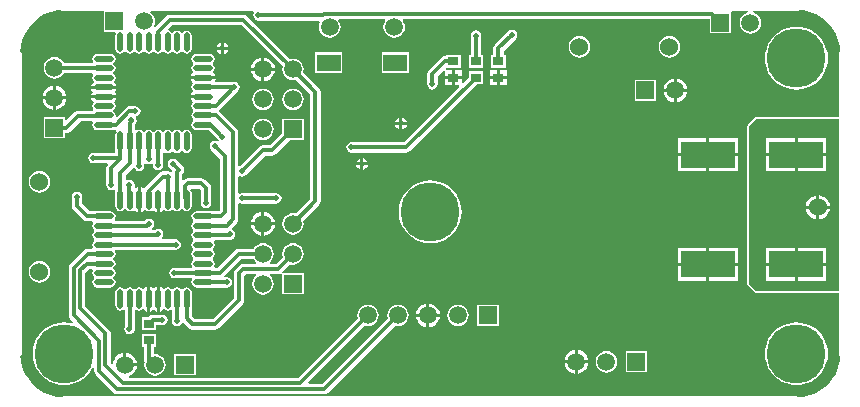
<source format=gbl>
%FSTAX24Y24*%
%MOIN*%
%SFA1B1*%

%IPPOS*%
%ADD10R,0.035400X0.031500*%
%ADD19C,0.014000*%
%ADD20C,0.010000*%
%ADD23C,0.020000*%
%ADD24R,0.059100X0.059100*%
%ADD25C,0.059100*%
%ADD26R,0.059100X0.059100*%
%ADD27C,0.060000*%
%ADD28C,0.196900*%
%ADD29C,0.047200*%
%ADD30R,0.078700X0.057500*%
%ADD31R,0.179100X0.090600*%
%ADD32O,0.021700X0.065000*%
%ADD33O,0.065000X0.021700*%
%LNskateboardpcb-1*%
%LPD*%
G36*
X026213Y013021D02*
X026437Y012968D01*
X026649Y01288*
X026845Y01276*
X02702Y012611*
X027169Y012436*
X027289Y01224*
X027377Y012028*
X027431Y011804*
X027441Y011669*
X027418Y011634*
X027406Y011575*
Y009465*
X02465*
X024604Y009446*
X024354Y009196*
X024335Y00915*
Y0039*
X024354Y003854*
X024604Y003604*
X02465Y003585*
X027406*
Y001575*
X027418Y001516*
X027441Y001481*
X027431Y001346*
X027377Y001122*
X027289Y00091*
X027169Y000714*
X02702Y000539*
X026845Y00039*
X026649Y00027*
X026437Y000182*
X026213Y000129*
X026078Y000118*
X026043Y000141*
X025984Y000153*
X001575*
X001516Y000141*
X001481Y000118*
X001346Y000129*
X001122Y000182*
X00091Y00027*
X000714Y00039*
X000539Y000539*
X00039Y000714*
X00027Y00091*
X000182Y001122*
X000129Y001346*
X000118Y001481*
X000141Y001516*
X000153Y001575*
Y011575*
X000141Y011634*
X000118Y011669*
X000129Y011804*
X000182Y012028*
X00027Y01224*
X00039Y012436*
X000539Y012611*
X000714Y01276*
X00091Y01288*
X001122Y012968*
X001346Y013021*
X001481Y013032*
X001516Y013009*
X001575Y012997*
X002895*
Y012295*
X003268*
X003295Y012245*
X003289Y012236*
X003276Y01217*
Y011737*
X003289Y011671*
X003326Y011616*
X003382Y011579*
X003448Y011565*
X003513Y011579*
X003569Y011616*
X00358Y011632*
X00363*
X003641Y011616*
X003697Y011579*
X003763Y011565*
X003828Y011579*
X003884Y011616*
X003895Y011632*
X003945*
X003956Y011616*
X004012Y011579*
X004078Y011565*
X004143Y011579*
X004199Y011616*
X00421Y011632*
X00426*
X004271Y011616*
X004327Y011579*
X004393Y011565*
X004458Y011579*
X004514Y011616*
X004525Y011632*
X004575*
X004586Y011616*
X004642Y011579*
X004707Y011565*
X004773Y011579*
X004829Y011616*
X00484Y011632*
X00489*
X004901Y011616*
X004957Y011579*
X005022Y011565*
X005088Y011579*
X005144Y011616*
X005155Y011632*
X005205*
X005216Y011616*
X005272Y011579*
X005337Y011565*
X005403Y011579*
X005459Y011616*
X00547Y011632*
X00552*
X005531Y011616*
X005587Y011579*
X005652Y011565*
X005718Y011579*
X005774Y011616*
X005811Y011671*
X005824Y011737*
Y01217*
X005811Y012236*
X005774Y012291*
X005718Y012329*
X005652Y012342*
X005587Y012329*
X005531Y012291*
X00552Y012275*
X00547*
X005459Y012291*
X005403Y012329*
X005337Y012342*
X005272Y012329*
X005216Y012291*
X005205Y012275*
X005155*
X005144Y012291*
X005088Y012329*
X005052Y012336*
X005035Y01239*
X005172Y012527*
X007478*
X008856Y011149*
X008854Y011143*
X008842Y01105*
X008854Y010957*
X00889Y010871*
X008947Y010797*
X009021Y01074*
X009107Y010704*
X0092Y010692*
X009293Y010704*
X009299Y010706*
X009777Y010228*
Y006722*
X009299Y006244*
X009293Y006246*
X0092Y006258*
X009107Y006246*
X009021Y00621*
X008947Y006153*
X00889Y006079*
X008854Y005993*
X008842Y0059*
X008854Y005807*
X00889Y005721*
X008947Y005647*
X009021Y00559*
X009107Y005554*
X0092Y005542*
X009293Y005554*
X009379Y00559*
X009453Y005647*
X00951Y005721*
X009546Y005807*
X009558Y0059*
X009546Y005993*
X009544Y005999*
X010073Y006527*
X01011Y006584*
X010123Y00665*
Y0103*
X01011Y010366*
X010073Y010423*
X009544Y010951*
X009546Y010957*
X009558Y01105*
X009546Y011143*
X00951Y011229*
X009453Y011303*
X009379Y01136*
X009293Y011396*
X0092Y011408*
X009107Y011396*
X009101Y011394*
X007673Y012823*
X007616Y01286*
X00755Y012873*
X0051*
X005034Y01286*
X004977Y012823*
X004602Y012447*
X00456Y012471*
X004596Y012557*
X004608Y01265*
X004596Y012743*
X00456Y012829*
X004503Y012903*
X004446Y012947*
X004463Y012997*
X007884*
X00791Y012947*
X00789Y012916*
X007877Y01285*
X00789Y012784*
X007927Y012727*
X007984Y01269*
X00805Y012677*
X010084*
X01011Y012627*
X010081Y012558*
X010069Y012465*
X010081Y012372*
X010117Y012286*
X010174Y012212*
X010248Y012155*
X010334Y012119*
X010427Y012107*
X01052Y012119*
X010606Y012155*
X010681Y012212*
X010738Y012286*
X010773Y012372*
X010786Y012465*
X010773Y012558*
X010738Y012644*
X010716Y012672*
X010738Y012717*
X012262*
X012284Y012672*
X012263Y012644*
X012227Y012558*
X012214Y012465*
X012227Y012372*
X012263Y012286*
X012319Y012212*
X012394Y012155*
X01248Y012119*
X012573Y012107*
X012666Y012119*
X012752Y012155*
X012826Y012212*
X012883Y012286*
X012919Y012372*
X012931Y012465*
X012919Y012558*
X012883Y012644*
X012862Y012672*
X012884Y012717*
X023088*
X023095Y01271*
Y012245*
X023805*
Y012955*
X023825Y012997*
X024361*
X024364Y012947*
X024357Y012946*
X024271Y01291*
X024197Y012853*
X02414Y012779*
X024104Y012693*
X024092Y0126*
X024104Y012507*
X02414Y012421*
X024197Y012347*
X024271Y01229*
X024357Y012254*
X02445Y012242*
X024543Y012254*
X024629Y01229*
X024703Y012347*
X02476Y012421*
X024796Y012507*
X024808Y0126*
X024796Y012693*
X02476Y012779*
X024703Y012853*
X024629Y01291*
X024543Y012946*
X024536Y012947*
X024539Y012997*
X025984*
X026043Y013009*
X026078Y013032*
X026213Y013021*
G37*
G36*
X027406Y00365D02*
X02465D01*
X0244Y0039*
Y00915*
X02465Y0094*
X027406*
Y00365*
G37*
%LNskateboardpcb-2*%
%LPC*%
G36*
X0069Y011944D02*
Y0118D01*
X007044*
X007038Y011828*
X006994Y011894*
X006928Y011938*
X0069Y011944*
G37*
G36*
X0068D02*
X006772Y011938D01*
X006706Y011894*
X006662Y011828*
X006656Y0118*
X0068*
Y011944*
G37*
G36*
X007044Y0117D02*
X0069D01*
Y011556*
X006928Y011562*
X006994Y011606*
X007038Y011672*
X007044Y0117*
G37*
G36*
X0068D02*
X006656D01*
X006662Y011672*
X006706Y011606*
X006772Y011562*
X0068Y011556*
Y0117*
G37*
G36*
X02175Y012163D02*
X021656Y012151D01*
X021568Y012114*
X021493Y012057*
X021436Y011982*
X021399Y011894*
X021387Y0118*
X021399Y011706*
X021436Y011618*
X021493Y011543*
X021568Y011486*
X021656Y011449*
X02175Y011437*
X021844Y011449*
X021932Y011486*
X022007Y011543*
X022064Y011618*
X022101Y011706*
X022113Y0118*
X022101Y011894*
X022064Y011982*
X022007Y012057*
X021932Y012114*
X021844Y012151*
X02175Y012163*
G37*
G36*
X01875D02*
X018656Y012151D01*
X018568Y012114*
X018493Y012057*
X018436Y011982*
X018399Y011894*
X018387Y0118*
X018399Y011706*
X018436Y011618*
X018493Y011543*
X018568Y011486*
X018656Y011449*
X01875Y011437*
X018844Y011449*
X018932Y011486*
X019007Y011543*
X019064Y011618*
X019101Y011706*
X019113Y0118*
X019101Y011894*
X019064Y011982*
X019007Y012057*
X018932Y012114*
X018844Y012151*
X01875Y012163*
G37*
G36*
X003113Y011574D02*
X00268D01*
X002614Y011561*
X002559Y011524*
X002521Y011468*
X002508Y011402*
X002521Y011337*
X002539Y011311*
X002512Y011261*
X001568*
X00156Y011279*
X001503Y011353*
X001429Y01141*
X001343Y011446*
X00125Y011458*
X001157Y011446*
X001071Y01141*
X000997Y011353*
X00094Y011279*
X000904Y011193*
X000892Y0111*
X000904Y011007*
X00094Y010921*
X000997Y010847*
X001071Y01079*
X001157Y010754*
X00125Y010742*
X001343Y010754*
X001429Y01079*
X001503Y010847*
X001555Y010914*
X002512*
X002539Y010864*
X002521Y010838*
X002508Y010772*
X002521Y010707*
X002559Y010651*
Y010627*
X00253Y010608*
X002484Y010539*
X002478Y010507*
X002896*
X003315*
X003309Y010539*
X003263Y010608*
X003234Y010627*
Y010651*
X003271Y010707*
X003285Y010772*
X003271Y010838*
X003234Y010894*
X003218Y010905*
Y010955*
X003234Y010966*
X003271Y011022*
X003285Y011087*
X003271Y011153*
X003234Y011209*
X003218Y01122*
Y01127*
X003234Y011281*
X003271Y011337*
X003285Y011402*
X003271Y011468*
X003234Y011524*
X003179Y011561*
X003113Y011574*
G37*
G36*
X0165Y012373D02*
X016434Y01236D01*
X016377Y012323*
X015927Y011873*
X01589Y011816*
X015877Y01175*
Y011543*
X015813*
Y011108*
X016287*
Y011543*
X016223*
Y011678*
X016623Y012077*
X01666Y012134*
X016673Y0122*
X01666Y012266*
X016623Y012323*
X016566Y01236*
X0165Y012373*
G37*
G36*
X0153Y012351D02*
X015234Y012338D01*
X015177Y0123*
X01514Y012244*
X015127Y012178*
Y011543*
X015063*
Y011108*
X015537*
Y011543*
X015473*
Y012178*
X01546Y012244*
X015423Y0123*
X015366Y012338*
X0153Y012351*
G37*
G36*
X00825Y011442D02*
Y0111D01*
X008592*
X008585Y011153*
X008545Y011249*
X008482Y011332*
X008399Y011395*
X008303Y011435*
X00825Y011442*
G37*
G36*
X00815D02*
X008097Y011435D01*
X008001Y011395*
X007918Y011332*
X007855Y011249*
X007815Y011153*
X007808Y0111*
X00815*
Y011442*
G37*
G36*
X013066Y011619D02*
X012158D01*
Y011291*
X012156Y011272*
X012158Y011253*
Y010925*
X013066*
Y011619*
G37*
G36*
X010841D02*
X009934D01*
Y010925*
X010841*
Y011253*
X010844Y011272*
X010841Y011291*
Y011619*
G37*
G36*
X016327Y011032D02*
X0161D01*
Y010824*
X016327*
Y011032*
G37*
G36*
X016D02*
X015773D01*
Y010824*
X016*
Y011032*
G37*
G36*
X0146D02*
Y010824D01*
X014827*
Y011032*
X0146*
G37*
G36*
X014787Y011543D02*
X014313D01*
Y01153*
X014276Y011499*
X014209Y011486*
X014153Y011448*
X013727Y011023*
X01369Y010966*
X013677Y0109*
Y01055*
X01369Y010484*
X013727Y010427*
X013784Y01039*
X01385Y010377*
X013916Y01039*
X013973Y010427*
X01401Y010484*
X014023Y01055*
Y010828*
X014223Y011028*
X014273Y011007*
Y010992*
Y010824*
X0145*
Y011032*
X014313*
X01431*
X014289Y011078*
X014294Y011085*
X014316Y011108*
X014787*
Y011543*
G37*
G36*
X00642Y011574D02*
X005987D01*
X005921Y011561*
X005866Y011524*
X005828Y011468*
X005815Y011402*
X005828Y011337*
X005866Y011281*
X005882Y01127*
Y01122*
X005866Y011209*
X005828Y011153*
X005815Y011087*
X005828Y011022*
X005866Y010966*
Y010942*
X005837Y010923*
X005791Y010854*
X005785Y010822*
X006204*
X006622*
X006616Y010854*
X00657Y010923*
X006541Y010942*
Y010966*
X006579Y011022*
X006592Y011087*
X006579Y011153*
X006541Y011209*
X006525Y01122*
Y01127*
X006541Y011281*
X006579Y011337*
X006592Y011402*
X006579Y011468*
X006541Y011524*
X006486Y011561*
X00642Y011574*
G37*
G36*
X008592Y011D02*
X00825D01*
Y010658*
X008303Y010665*
X008399Y010705*
X008482Y010768*
X008545Y010851*
X008585Y010947*
X008592Y011*
G37*
G36*
X00815D02*
X007808D01*
X007815Y010947*
X007855Y010851*
X007918Y010768*
X008001Y010705*
X008097Y010665*
X00815Y010658*
Y011*
G37*
G36*
X015537Y010992D02*
X015063D01*
Y010782*
X014873Y010593*
X014827Y010612*
Y010724*
X0146*
Y010517*
X014732*
X014751Y010471*
X012904Y008623*
X01115*
X011084Y00861*
X011027Y008573*
X01099Y008516*
X010977Y00845*
X01099Y008384*
X011027Y008327*
X011084Y00829*
X01115Y008277*
X012976*
X013042Y00829*
X013098Y008327*
X015328Y010557*
X015537*
Y010992*
G37*
G36*
X016327Y010724D02*
X0161D01*
Y010517*
X016327*
Y010724*
G37*
G36*
X016D02*
X015773D01*
Y010517*
X016*
Y010724*
G37*
G36*
X0145D02*
X014273D01*
Y010517*
X0145*
Y010724*
G37*
G36*
X022Y010742D02*
Y0104D01*
X022342*
X022335Y010453*
X022295Y010549*
X022232Y010632*
X022149Y010695*
X022053Y010735*
X022Y010742*
G37*
G36*
X0219D02*
X021847Y010735D01*
X021751Y010695*
X021668Y010632*
X021605Y010549*
X021565Y010453*
X021558Y0104*
X0219*
Y010742*
G37*
G36*
X025984Y012465D02*
X02582Y012452D01*
X025661Y012414*
X025509Y012351*
X025369Y012265*
X025244Y012158*
X025137Y012033*
X025051Y011893*
X024988Y011741*
X02495Y011581*
X024937Y011417*
X02495Y011253*
X024988Y011094*
X025051Y010942*
X025137Y010802*
X025244Y010677*
X025369Y01057*
X025509Y010484*
X025661Y010421*
X02582Y010383*
X025984Y01037*
X026148Y010383*
X026308Y010421*
X02646Y010484*
X0266Y01057*
X026725Y010677*
X026832Y010802*
X026918Y010942*
X02698Y011094*
X027019Y011253*
X027032Y011417*
X027019Y011581*
X02698Y011741*
X026918Y011893*
X026832Y012033*
X026725Y012158*
X0266Y012265*
X02646Y012351*
X026308Y012414*
X026148Y012452*
X025984Y012465*
G37*
G36*
X003315Y010407D02*
X002896D01*
X002478*
X002484Y010376*
X00253Y010307*
Y010293*
X002484Y010224*
X002478Y010193*
X002896*
X003315*
X003309Y010224*
X003263Y010293*
Y010307*
X003309Y010376*
X003315Y010407*
G37*
G36*
X0013Y010492D02*
Y01015D01*
X001642*
X001635Y010203*
X001595Y010299*
X001532Y010382*
X001449Y010445*
X001353Y010485*
X0013Y010492*
G37*
G36*
X0012D02*
X001147Y010485D01*
X001051Y010445*
X000968Y010382*
X000905Y010299*
X000865Y010203*
X000858Y01015*
X0012*
Y010492*
G37*
G36*
X021305Y010705D02*
X020595D01*
Y009995*
X021305*
Y010705*
G37*
G36*
X022342Y0103D02*
X022D01*
Y009958*
X022053Y009965*
X022149Y010005*
X022232Y010068*
X022295Y010151*
X022335Y010247*
X022342Y0103*
G37*
G36*
X0219D02*
X021558D01*
X021565Y010247*
X021605Y010151*
X021668Y010068*
X021751Y010005*
X021847Y009965*
X0219Y009958*
Y0103*
G37*
G36*
X001642Y01005D02*
X0013D01*
Y009708*
X001353Y009715*
X001449Y009755*
X001532Y009818*
X001595Y009901*
X001635Y009997*
X001642Y01005*
G37*
G36*
X0012D02*
X000858D01*
X000865Y009997*
X000905Y009901*
X000968Y009818*
X001051Y009755*
X001147Y009715*
X0012Y009708*
Y01005*
G37*
G36*
X0092Y010408D02*
X009107Y010396D01*
X009021Y01036*
X008947Y010303*
X00889Y010229*
X008854Y010143*
X008842Y01005*
X008854Y009957*
X00889Y009871*
X008947Y009797*
X009021Y00974*
X009107Y009704*
X0092Y009692*
X009293Y009704*
X009379Y00974*
X009453Y009797*
X00951Y009871*
X009546Y009957*
X009558Y01005*
X009546Y010143*
X00951Y010229*
X009453Y010303*
X009379Y01036*
X009293Y010396*
X0092Y010408*
G37*
G36*
X0082D02*
X008107Y010396D01*
X008021Y01036*
X007947Y010303*
X00789Y010229*
X007854Y010143*
X007842Y01005*
X007854Y009957*
X00789Y009871*
X007947Y009797*
X008021Y00974*
X008107Y009704*
X0082Y009692*
X008293Y009704*
X008379Y00974*
X008453Y009797*
X00851Y009871*
X008546Y009957*
X008558Y01005*
X008546Y010143*
X00851Y010229*
X008453Y010303*
X008379Y01036*
X008293Y010396*
X0082Y010408*
G37*
G36*
X003315Y010093D02*
X002896D01*
X002478*
X002484Y010061*
X00253Y009992*
X002559Y009973*
Y009949*
X002521Y009893*
X002508Y009828*
X002521Y009762*
X002547Y009723*
X002525Y009673*
X00205*
X001984Y00966*
X001927Y009623*
X001651Y009347*
X001605Y009366*
Y009455*
X000895*
Y008745*
X001605*
Y008927*
X00165*
X001716Y00894*
X001773Y008977*
X002122Y009327*
X002504*
X00253Y009277*
X002521Y009263*
X002508Y009198*
X002521Y009132*
X002559Y009076*
X002614Y009039*
X00268Y009026*
X002888*
X002896Y009024*
X003298*
X003314Y009002*
X003322Y008978*
X003289Y008929*
X003276Y008863*
Y008655*
X003274Y008646*
Y008273*
X00255*
X002484Y00826*
X002427Y008223*
X00239Y008166*
X002377Y0081*
X00239Y008034*
X002427Y007977*
X002484Y00794*
X00255Y007927*
X003016*
X003035Y00788*
X003027Y007873*
X00299Y007816*
X002977Y00775*
Y0072*
X00299Y007134*
X003027Y007077*
X003084Y00704*
X00315Y007027*
X003216Y00704*
X003224Y007045*
X003274Y007018*
Y006704*
X003276Y006695*
Y006487*
X003289Y006421*
X003326Y006366*
X003382Y006328*
X003448Y006315*
X003513Y006328*
X003569Y006366*
X00358Y006382*
X00363*
X003641Y006366*
X003697Y006328*
X003763Y006315*
X003828Y006328*
X003884Y006366*
X003908*
X003927Y006337*
X003996Y006291*
X004028Y006285*
Y006704*
Y007122*
X003996Y007116*
X003976Y007103*
X003925Y007129*
X003923Y007204*
X003908Y00727*
X003869Y007326*
X003812Y007362*
X003746Y007373*
X00368Y007358*
X003671Y007352*
X003621Y007378*
Y007526*
X003865Y00777*
X003905Y007763*
X003921Y007756*
X003955Y007705*
X004011Y007667*
X004078Y007654*
X004144Y007667*
X0042Y007705*
X004238Y007761*
X004251Y007828*
Y007888*
X004301Y007914*
X004326Y007897*
X004393Y007884*
X004459Y007897*
X004461Y007899*
X004462*
X004484Y007914*
X004534Y007887*
Y007857*
X004547Y007791*
X004585Y007735*
X004641Y007697*
X004707Y007684*
X004774Y007697*
X00483Y007735*
X004868Y007791*
X004881Y007857*
Y008262*
X004931Y008289*
X004957Y008271*
X005022Y008258*
X005088Y008271*
X005144Y008309*
X005155Y008325*
X005205*
X005216Y008309*
X005272Y008271*
X005337Y008258*
X005403Y008271*
X005459Y008309*
X00547Y008325*
X00552*
X005531Y008309*
X005587Y008271*
X005652Y008258*
X005718Y008271*
X005774Y008309*
X005811Y008364*
X005824Y00843*
Y008863*
X005811Y008929*
X005774Y008984*
X005718Y009021*
X005652Y009035*
X005587Y009021*
X005531Y008984*
X00552Y008968*
X00547*
X005459Y008984*
X005403Y009021*
X005337Y009035*
X005272Y009021*
X005216Y008984*
X005205Y008968*
X005155*
X005144Y008984*
X005088Y009021*
X005022Y009035*
X004957Y009021*
X004901Y008984*
X00489Y008968*
X00484*
X004829Y008984*
X004773Y009021*
X004707Y009035*
X004642Y009021*
X004586Y008984*
X004575Y008968*
X004525*
X004514Y008984*
X004458Y009021*
X004393Y009035*
X004327Y009021*
X004271Y008984*
X00426Y008968*
X00421*
X004199Y008984*
X004143Y009021*
X004078Y009035*
X004012Y009021*
X003986Y009004*
X003936Y009031*
Y009201*
X003942Y009208*
X00398Y009264*
X003993Y00933*
X00398Y009397*
X003959Y009428*
X003981Y009483*
X004016Y00949*
X004073Y009527*
X00411Y009584*
X004123Y00965*
X00411Y009716*
X004073Y009773*
X004016Y00981*
X00395Y009823*
X00375*
X003684Y00981*
X003627Y009773*
X003328Y009473*
X003282Y009497*
X003285Y009513*
X003271Y009578*
X003234Y009634*
X003218Y009645*
Y009695*
X003234Y009706*
X003271Y009762*
X003285Y009828*
X003271Y009893*
X003234Y009949*
Y009973*
X003263Y009992*
X003309Y010061*
X003315Y010093*
G37*
G36*
X01285Y009444D02*
Y0093D01*
X012994*
X012988Y009328*
X012944Y009394*
X012878Y009438*
X01285Y009444*
G37*
G36*
X01275D02*
X012722Y009438D01*
X012656Y009394*
X012612Y009328*
X012606Y0093*
X01275*
Y009444*
G37*
G36*
X012994Y0092D02*
X01285D01*
Y009056*
X012878Y009062*
X012944Y009106*
X012988Y009172*
X012994Y0092*
G37*
G36*
X01275D02*
X012606D01*
X012612Y009172*
X012656Y009106*
X012722Y009062*
X01275Y009056*
Y0092*
G37*
G36*
X0082Y009408D02*
X008107Y009396D01*
X008021Y00936*
X007947Y009303*
X00789Y009229*
X007854Y009143*
X007842Y00905*
X007854Y008957*
X00789Y008871*
X007947Y008797*
X008021Y00874*
X008107Y008704*
X0082Y008692*
X008293Y008704*
X008379Y00874*
X008453Y008797*
X00851Y008871*
X008546Y008957*
X008558Y00905*
X008546Y009143*
X00851Y009229*
X008453Y009303*
X008379Y00936*
X008293Y009396*
X0082Y009408*
G37*
G36*
X006622Y010722D02*
X006204D01*
X005785*
X005791Y010691*
X005837Y010622*
X005866Y010603*
Y010579*
X005828Y010523*
X005815Y010457*
X005828Y010392*
X005866Y010336*
Y010312*
X005837Y010293*
X005791Y010224*
X005785Y010193*
X006204*
Y010093*
X005785*
X005791Y010061*
X005837Y009992*
X005866Y009973*
Y009949*
X005828Y009893*
X005815Y009828*
X005828Y009762*
X005866Y009706*
X005882Y009695*
Y009645*
X005866Y009634*
X005828Y009578*
X005815Y009513*
X005828Y009447*
X005866Y009391*
X005882Y00938*
Y00933*
X005866Y009319*
X005828Y009263*
X005815Y009198*
X005828Y009132*
X005866Y009076*
X005921Y009039*
X005987Y009026*
X006195*
X006204Y009024*
X006381*
X00672Y008685*
X006721Y008683*
X00669Y008645*
X006689*
X006666Y00866*
X0066Y008673*
X006534Y00866*
X006477Y008623*
X00644Y008566*
X006427Y0085*
X00644Y008434*
X006477Y008377*
X006777Y008078*
Y006372*
X006731Y006326*
X006204*
X006195Y006324*
X005987*
X005921Y006311*
X005866Y006274*
X005828Y006218*
X005815Y006152*
X005828Y006087*
X005866Y006031*
X005882Y00602*
Y00597*
X005866Y005959*
X005828Y005903*
X005815Y005837*
X005828Y005772*
X005866Y005716*
X005882Y005705*
Y005655*
X005866Y005644*
X005828Y005588*
X005815Y005522*
X005828Y005457*
X005866Y005401*
X005882Y00539*
Y00534*
X005866Y005329*
X005828Y005273*
X005815Y005207*
X005828Y005142*
X005866Y005086*
X005882Y005075*
Y005025*
X005866Y005014*
X005828Y004958*
X005815Y004893*
X005828Y004827*
X005866Y004771*
X005882Y00476*
Y00471*
X005866Y004699*
X005828Y004643*
X005815Y004578*
X005828Y004512*
X005846Y004486*
X005819Y004436*
X00525*
X005184Y004423*
X005127Y004385*
X00509Y004329*
X005077Y004263*
X00509Y004196*
X005127Y00414*
X005184Y004102*
X00525Y004089*
X005819*
X005846Y004039*
X005828Y004013*
X005815Y003948*
X005828Y003882*
X005866Y003826*
X005921Y003789*
X005987Y003776*
X006195*
X006204Y003774*
X006998*
X007064Y003787*
X00712Y003825*
X007123Y003827*
X00716Y003884*
X007173Y00395*
X00716Y004016*
X007123Y004073*
X007066Y00411*
X007Y004123*
X006988Y004121*
X006937*
X006916Y004171*
X007472Y004727*
X007887*
X00789Y004721*
X007947Y004647*
X007977Y004623*
X00796Y004573*
X00755*
X007484Y00456*
X007427Y004523*
X007277Y004373*
X00724Y004316*
X007227Y00425*
Y003422*
X006528Y002723*
X005922*
X005826Y002819*
Y003396*
X005824Y003405*
Y003613*
X005811Y003679*
X005774Y003734*
X005718Y003771*
X005652Y003785*
X005587Y003771*
X005531Y003734*
X00552Y003718*
X00547*
X005459Y003734*
X005403Y003771*
X005337Y003785*
X005272Y003771*
X005216Y003734*
X005205Y003718*
X005155*
X005144Y003734*
X005088Y003771*
X005022Y003785*
X004957Y003771*
X004901Y003734*
X004877*
X004858Y003763*
X004789Y003809*
X004757Y003815*
Y003396*
Y002978*
X004789Y002984*
X004858Y00303*
X004877Y003059*
X004901*
X004957Y003021*
X005022Y003008*
X005088Y003021*
X005114Y003039*
X005164Y003012*
Y002663*
X005177Y002596*
X005215Y00254*
X005271Y002502*
X005337Y002489*
X005404Y002502*
X00546Y00254*
X005494Y002591*
X00551Y002598*
X00555Y002605*
X005727Y002427*
X005784Y00239*
X00585Y002377*
X0066*
X006666Y00239*
X006723Y002427*
X007523Y003227*
X00756Y003284*
X007573Y00335*
Y004178*
X007622Y004227*
X00796*
X007977Y004177*
X007947Y004153*
X00789Y004079*
X007854Y003993*
X007842Y0039*
X007854Y003807*
X00789Y003721*
X007947Y003647*
X008021Y00359*
X008107Y003554*
X0082Y003542*
X008293Y003554*
X008379Y00359*
X008453Y003647*
X00851Y003721*
X008546Y003807*
X008558Y0039*
X008546Y003993*
X00851Y004079*
X008453Y004153*
X008423Y004177*
X00844Y004227*
X0087*
X008766Y00424*
X008797Y00426*
X008845Y004232*
Y004216*
Y003545*
X009555*
Y004255*
X008885*
X008871*
X00885Y004305*
X009101Y004556*
X009107Y004554*
X0092Y004542*
X009293Y004554*
X009379Y00459*
X009453Y004647*
X00951Y004721*
X009546Y004807*
X009558Y0049*
X009546Y004993*
X00951Y005079*
X009453Y005153*
X009379Y00521*
X009293Y005246*
X0092Y005258*
X009107Y005246*
X009021Y00521*
X008947Y005153*
X00889Y005079*
X008854Y004993*
X008842Y0049*
X008854Y004807*
X008856Y004801*
X008628Y004573*
X00844*
X008423Y004623*
X008453Y004647*
X00851Y004721*
X008546Y004807*
X008558Y0049*
X008546Y004993*
X00851Y005079*
X008453Y005153*
X008379Y00521*
X008293Y005246*
X0082Y005258*
X008107Y005246*
X008021Y00521*
X007947Y005153*
X00789Y005079*
X007887Y005073*
X0074*
X007334Y00506*
X007277Y005023*
X006691Y004436*
X006588*
X006561Y004486*
X006579Y004512*
X006592Y004578*
X006579Y004643*
X006541Y004699*
X006525Y00471*
Y00476*
X006541Y004771*
X006579Y004827*
X006592Y004893*
X006579Y004958*
X006541Y005014*
X006525Y005025*
Y005075*
X006541Y005086*
X006579Y005142*
X006592Y005207*
X006579Y005273*
X006561Y005299*
X006588Y005349*
X007072*
X007139Y005362*
X007195Y0054*
X007223Y005427*
X00726Y005484*
X007273Y00555*
X00726Y005616*
X007223Y005673*
X007172Y005706*
X007159Y005735*
X007152Y005757*
X007323Y005927*
X00736Y005984*
X007373Y00605*
Y00657*
X007423Y006597*
X007434Y00659*
X0075Y006577*
X00865*
X008716Y00659*
X008773Y006627*
X00881Y006684*
X008823Y00675*
X00881Y006816*
X008773Y006873*
X008716Y00691*
X00865Y006923*
X0075*
X007434Y00691*
X007423Y006903*
X007373Y00693*
Y00747*
X007423Y007497*
X007434Y00749*
X0075Y007477*
X007566Y00749*
X007623Y007527*
X008272Y008177*
X0085*
X008566Y00819*
X008623Y008227*
X00909Y008695*
X009555*
Y009405*
X008845*
Y00894*
X008428Y008523*
X0082*
X008134Y00851*
X008077Y008473*
X007423Y007818*
X007373Y007839*
Y00895*
X00736Y009016*
X007323Y009073*
X00676Y009635*
X006748Y009643*
Y009703*
X00675Y009705*
X007373Y010327*
X00741Y010384*
X007423Y01045*
X00741Y010516*
X007373Y010573*
X007365Y01058*
X007309Y010618*
X007243Y010631*
X006629*
X006605Y010675*
X006616Y010691*
X006622Y010722*
G37*
G36*
X024019Y008753D02*
X023074D01*
Y00825*
X024019*
Y008753*
G37*
G36*
X022974D02*
X022028D01*
Y00825*
X022974*
Y008753*
G37*
G36*
X01155Y008094D02*
Y00795D01*
X011694*
X011688Y007978*
X011644Y008044*
X011578Y008088*
X01155Y008094*
G37*
G36*
X01145D02*
X011422Y008088D01*
X011356Y008044*
X011312Y007978*
X011306Y00795*
X01145*
Y008094*
G37*
G36*
X011694Y00785D02*
X01155D01*
Y007706*
X011578Y007712*
X011644Y007756*
X011688Y007822*
X011694Y00785*
G37*
G36*
X01145D02*
X011306D01*
X011312Y007822*
X011356Y007756*
X011422Y007712*
X01145Y007706*
Y00785*
G37*
G36*
X024019Y00815D02*
X023074D01*
Y007647*
X024019*
Y00815*
G37*
G36*
X022974D02*
X022028D01*
Y007647*
X022974*
Y00815*
G37*
G36*
X0052Y008073D02*
X005134Y00806D01*
X005077Y008023*
X00504Y007966*
X005027Y0079*
X00504Y007834*
X005077Y007777*
X005165Y00769*
X005159Y007638*
X005152Y007632*
X005114Y007616*
X005089Y007633*
X005022Y007646*
X004872*
X004806Y007633*
X00475Y007595*
X00427Y007115*
X004262Y007103*
X004195Y007092*
X004159Y007116*
X004128Y007122*
Y006704*
Y006285*
X004159Y006291*
X004228Y006337*
X004247Y006366*
X004271*
X004327Y006328*
X004393Y006315*
X004458Y006328*
X004514Y006366*
X004538*
X004557Y006337*
X004626Y006291*
X004657Y006285*
Y006704*
X004757*
Y006285*
X004789Y006291*
X004858Y006337*
X004877Y006366*
X004901*
X004957Y006328*
X005022Y006315*
X005088Y006328*
X005144Y006366*
X005155Y006382*
X005205*
X005216Y006366*
X005272Y006328*
X005337Y006315*
X005403Y006328*
X005459Y006366*
X00547Y006382*
X00552*
X005531Y006366*
X005587Y006328*
X005652Y006315*
X005718Y006328*
X005774Y006366*
X005811Y006421*
X005824Y006487*
Y006695*
X005826Y006704*
X005824Y006712*
Y00692*
X005811Y006986*
X005784Y007027*
X005803Y007073*
X005806Y007077*
X006078*
X006127Y007028*
Y0066*
X00614Y006534*
X006177Y006477*
X006234Y00644*
X0063Y006427*
X006366Y00644*
X006423Y006477*
X00646Y006534*
X006473Y0066*
Y0071*
X00646Y007166*
X006423Y007223*
X006273Y007373*
X006216Y00741*
X00615Y007423*
X0057*
X005634Y00741*
X005577Y007373*
X005557Y007352*
X005511Y007371*
Y007566*
X005523Y007577*
X00556Y007634*
X005573Y0077*
X00556Y007766*
X005523Y007823*
X005323Y008023*
X005266Y00806*
X0052Y008073*
G37*
G36*
X00075Y007663D02*
X000656Y007651D01*
X000568Y007614*
X000493Y007557*
X000436Y007482*
X000399Y007394*
X000387Y0073*
X000399Y007206*
X000436Y007118*
X000493Y007043*
X000568Y006986*
X000656Y006949*
X00075Y006937*
X000844Y006949*
X000932Y006986*
X001007Y007043*
X001064Y007118*
X001101Y007206*
X001113Y0073*
X001101Y007394*
X001064Y007482*
X001007Y007557*
X000932Y007614*
X000844Y007651*
X00075Y007663*
G37*
G36*
X00825Y006292D02*
Y00595D01*
X008592*
X008585Y006003*
X008545Y006099*
X008482Y006182*
X008399Y006245*
X008303Y006285*
X00825Y006292*
G37*
G36*
X00815D02*
X008097Y006285D01*
X008001Y006245*
X007918Y006182*
X007855Y006099*
X007815Y006003*
X007808Y00595*
X00815*
Y006292*
G37*
G36*
X008592Y00585D02*
X00825D01*
Y005508*
X008303Y005515*
X008399Y005555*
X008482Y005618*
X008545Y005701*
X008585Y005797*
X008592Y00585*
G37*
G36*
X00815D02*
X007808D01*
X007815Y005797*
X007855Y005701*
X007918Y005618*
X008001Y005555*
X008097Y005515*
X00815Y005508*
Y00585*
G37*
G36*
X01378Y007347D02*
X013616Y007334D01*
X013456Y007295*
X013304Y007233*
X013164Y007147*
X013039Y00704*
X012932Y006915*
X012846Y006775*
X012783Y006623*
X012745Y006463*
X012732Y006299*
X012745Y006135*
X012783Y005976*
X012846Y005824*
X012932Y005684*
X013039Y005559*
X013164Y005452*
X013304Y005366*
X013456Y005303*
X013616Y005265*
X01378Y005252*
X013943Y005265*
X014103Y005303*
X014255Y005366*
X014395Y005452*
X01452Y005559*
X014627Y005684*
X014713Y005824*
X014776Y005976*
X014814Y006135*
X014827Y006299*
X014814Y006463*
X014776Y006623*
X014713Y006775*
X014627Y006915*
X01452Y00704*
X014395Y007147*
X014255Y007233*
X014103Y007295*
X013943Y007334*
X01378Y007347*
G37*
G36*
X024019Y005103D02*
X023074D01*
Y0046*
X024019*
Y005103*
G37*
G36*
X022974D02*
X022028D01*
Y0046*
X022974*
Y005103*
G37*
G36*
X024019Y0045D02*
X023074D01*
Y003997*
X024019*
Y0045*
G37*
G36*
X022974D02*
X022028D01*
Y003997*
X022974*
Y0045*
G37*
G36*
X00075Y004663D02*
X000656Y004651D01*
X000568Y004614*
X000493Y004557*
X000436Y004482*
X000399Y004394*
X000387Y0043*
X000399Y004206*
X000436Y004118*
X000493Y004043*
X000568Y003986*
X000656Y003949*
X00075Y003937*
X000844Y003949*
X000932Y003986*
X001007Y004043*
X001064Y004118*
X001101Y004206*
X001113Y0043*
X001101Y004394*
X001064Y004482*
X001007Y004557*
X000932Y004614*
X000844Y004651*
X00075Y004663*
G37*
G36*
X002Y006973D02*
X001934Y00696D01*
X001877Y006923*
X00184Y006866*
X001827Y0068*
Y0065*
X00184Y006434*
X001877Y006377*
X002225Y00603*
X002281Y005992*
X002348Y005979*
X002512*
X002539Y005929*
X002521Y005903*
X002508Y005837*
X002521Y005772*
X002559Y005716*
X002575Y005705*
Y005655*
X002559Y005644*
X002521Y005588*
X002508Y005522*
X002521Y005457*
X002559Y005401*
X002575Y00539*
Y00534*
X002559Y005329*
X002521Y005273*
X002508Y005207*
X002521Y005142*
X002539Y005116*
X002512Y005066*
X00236*
X002293Y005053*
X002237Y005015*
X001777Y004555*
X00174Y004499*
X001727Y004433*
Y00285*
X00174Y002784*
X001777Y002727*
X001877Y002628*
X001852Y002582*
X001739Y002609*
X001575Y002622*
X001411Y002609*
X001251Y002571*
X001099Y002508*
X000959Y002422*
X000834Y002315*
X000727Y002191*
X000641Y00205*
X000579Y001898*
X00054Y001739*
X000527Y001575*
X00054Y001411*
X000579Y001251*
X000641Y001099*
X000727Y000959*
X000834Y000834*
X000959Y000727*
X001099Y000641*
X001251Y000579*
X001411Y00054*
X001575Y000527*
X001739Y00054*
X001898Y000579*
X00205Y000641*
X002191Y000727*
X002315Y000834*
X002422Y000959*
X002508Y001099*
X002527Y001144*
X002577Y001134*
Y001*
X00259Y000934*
X002627Y000877*
X003227Y000277*
X003284Y00024*
X00335Y000227*
X01025*
X010316Y00024*
X010373Y000277*
X012601Y002506*
X012607Y002504*
X0127Y002492*
X012793Y002504*
X012879Y00254*
X012953Y002597*
X01301Y002671*
X013046Y002757*
X013058Y00285*
X013046Y002943*
X01301Y003029*
X012953Y003103*
X012879Y00316*
X012793Y003196*
X0127Y003208*
X012607Y003196*
X012521Y00316*
X012447Y003103*
X01239Y003029*
X012354Y002943*
X012342Y00285*
X012354Y002757*
X012356Y002751*
X010178Y000573*
X009734*
X009715Y00062*
X011601Y002506*
X011607Y002504*
X0117Y002492*
X011793Y002504*
X011879Y00254*
X011953Y002597*
X01201Y002671*
X012046Y002757*
X012058Y00285*
X012046Y002943*
X01201Y003029*
X011953Y003103*
X011879Y00316*
X011793Y003196*
X0117Y003208*
X011607Y003196*
X011521Y00316*
X011447Y003103*
X01139Y003029*
X011354Y002943*
X011342Y00285*
X011354Y002757*
X011356Y002751*
X009378Y000773*
X003733*
X003724Y000823*
X003799Y000855*
X003882Y000918*
X003945Y001001*
X003985Y001097*
X003992Y00115*
X0036*
Y0012*
X00355*
Y001592*
X003497Y001585*
X003401Y001545*
X003318Y001482*
X003255Y001399*
X003215Y001303*
X003209Y001257*
X00316Y001241*
X003123Y001272*
Y00225*
X00311Y002316*
X003073Y002373*
X002273Y003172*
Y004278*
X002399Y004404*
X002512*
X002539Y004354*
X002521Y004328*
X002508Y004263*
X002521Y004197*
X002559Y004141*
X002575Y00413*
Y00408*
X002559Y004069*
X002521Y004013*
X002508Y003948*
X002521Y003882*
X002559Y003826*
X002614Y003789*
X00268Y003776*
X003113*
X003179Y003789*
X003234Y003826*
X003271Y003882*
X003285Y003948*
X003271Y004013*
X003234Y004069*
X003218Y00408*
Y00413*
X003234Y004141*
X003271Y004197*
X003285Y004263*
X003271Y004328*
X003234Y004384*
X003218Y004395*
Y004445*
X003234Y004456*
X003271Y004512*
X003285Y004578*
X003271Y004643*
X003234Y004699*
X003218Y00471*
Y00476*
X003234Y004771*
X003271Y004827*
X003285Y004893*
X003271Y004958*
X003254Y004984*
X003281Y005034*
X005293*
X005359Y005047*
X005415Y005085*
X005453Y005141*
X005466Y005207*
X005453Y005274*
X005415Y00533*
X005359Y005368*
X005293Y005381*
X004847*
X004826Y005431*
X00483Y005435*
X004868Y005491*
X004881Y005557*
X004868Y005624*
X00483Y00568*
X004774Y005718*
X004707Y005731*
X004641Y005718*
X004608Y005696*
X004512*
X004491Y005746*
X004523Y005777*
X00456Y005834*
X004573Y0059*
X00456Y005966*
X004523Y006023*
X004466Y00606*
X0044Y006073*
X004334Y00606*
X004277Y006023*
X004266Y006011*
X003281*
X003254Y006061*
X003271Y006087*
X003285Y006152*
X003271Y006218*
X003234Y006274*
X003179Y006311*
X003113Y006324*
X002905*
X002896Y006326*
X002419*
X002173Y006572*
Y0068*
X00216Y006866*
X002123Y006923*
X002066Y00696*
X002Y006973*
G37*
G36*
X004657Y003815D02*
X004626Y003809D01*
X004557Y003763*
X004543*
X004474Y003809*
X004443Y003815*
Y003396*
Y002978*
X004474Y002984*
X004543Y00303*
X004557*
X004626Y002984*
X004657Y002978*
Y003396*
Y003815*
G37*
G36*
X004343D02*
X004311Y003809D01*
X004242Y003763*
X004223Y003734*
X004199*
X004143Y003771*
X004078Y003785*
X004012Y003771*
X003956Y003734*
X003945Y003718*
X003895*
X003884Y003734*
X003828Y003771*
X003763Y003785*
X003697Y003771*
X003641Y003734*
X00363Y003718*
X00358*
X003569Y003734*
X003513Y003771*
X003448Y003785*
X003382Y003771*
X003326Y003734*
X003289Y003679*
X003276Y003613*
Y00318*
X003289Y003114*
X003326Y003059*
X003382Y003021*
X003448Y003008*
X003513Y003021*
X003539Y003039*
X003589Y003012*
Y002463*
X003577Y0024*
X00359Y002334*
X003627Y002277*
X003684Y00224*
X00375Y002227*
X003816Y00224*
X003873Y002277*
X003885Y00229*
X003923Y002346*
X003936Y002413*
Y003012*
X003986Y003039*
X004012Y003021*
X004078Y003008*
X004143Y003021*
X004199Y003059*
X004223*
X004242Y00303*
X004311Y002984*
X004343Y002978*
Y003396*
Y003815*
G37*
G36*
X01375Y003242D02*
Y0029D01*
X014092*
X014085Y002953*
X014045Y003049*
X013982Y003132*
X013899Y003195*
X013803Y003235*
X01375Y003242*
G37*
G36*
X01365D02*
X013597Y003235D01*
X013501Y003195*
X013418Y003132*
X013355Y003049*
X013315Y002953*
X013308Y0029*
X01365*
Y003242*
G37*
G36*
X016055Y003205D02*
X015345D01*
Y002495*
X016055*
Y003205*
G37*
G36*
X0147Y003208D02*
X014607Y003196D01*
X014521Y00316*
X014447Y003103*
X01439Y003029*
X014354Y002943*
X014342Y00285*
X014354Y002757*
X01439Y002671*
X014447Y002597*
X014521Y00254*
X014607Y002504*
X0147Y002492*
X014793Y002504*
X014879Y00254*
X014953Y002597*
X01501Y002671*
X015046Y002757*
X015058Y00285*
X015046Y002943*
X01501Y003029*
X014953Y003103*
X014879Y00316*
X014793Y003196*
X0147Y003208*
G37*
G36*
X014092Y0028D02*
X01375D01*
Y002458*
X013803Y002465*
X013899Y002505*
X013982Y002568*
X014045Y002651*
X014085Y002747*
X014092Y0028*
G37*
G36*
X01365D02*
X013308D01*
X013315Y002747*
X013355Y002651*
X013418Y002568*
X013501Y002505*
X013597Y002465*
X01365Y002458*
Y0028*
G37*
G36*
X00485Y002873D02*
X004524D01*
X004458Y00286*
X004402Y002823*
X004372Y002793*
X004163*
Y002358*
X004637*
Y002527*
X00485*
X004916Y00254*
X004973Y002577*
X00501Y002634*
X005023Y0027*
X00501Y002766*
X004973Y002823*
X004916Y00286*
X00485Y002873*
G37*
G36*
X0187Y001692D02*
Y00135D01*
X019042*
X019035Y001403*
X018995Y001499*
X018932Y001582*
X018849Y001645*
X018753Y001685*
X0187Y001692*
G37*
G36*
X0186D02*
X018547Y001685D01*
X018451Y001645*
X018368Y001582*
X018305Y001499*
X018265Y001403*
X018258Y00135*
X0186*
Y001692*
G37*
G36*
X00365Y001592D02*
Y00125D01*
X003992*
X003985Y001303*
X003945Y001399*
X003882Y001482*
X003799Y001545*
X003703Y001585*
X00365Y001592*
G37*
G36*
X021005Y001655D02*
X020295D01*
Y000945*
X021005*
Y001655*
G37*
G36*
X01965Y001658D02*
X019557Y001646D01*
X019471Y00161*
X019397Y001553*
X01934Y001479*
X019304Y001393*
X019292Y0013*
X019304Y001207*
X01934Y001121*
X019397Y001047*
X019471Y00099*
X019557Y000954*
X01965Y000942*
X019743Y000954*
X019829Y00099*
X019903Y001047*
X01996Y001121*
X019996Y001207*
X020008Y0013*
X019996Y001393*
X01996Y001479*
X019903Y001553*
X019829Y00161*
X019743Y001646*
X01965Y001658*
G37*
G36*
X019042Y00125D02*
X0187D01*
Y000908*
X018753Y000915*
X018849Y000955*
X018932Y001018*
X018995Y001101*
X019035Y001197*
X019042Y00125*
G37*
G36*
X0186D02*
X018258D01*
X018265Y001197*
X018305Y001101*
X018368Y001018*
X018451Y000955*
X018547Y000915*
X0186Y000908*
Y00125*
G37*
G36*
X005955Y001555D02*
X005245D01*
Y000845*
X005955*
Y001555*
G37*
G36*
X004637Y002242D02*
X004163D01*
Y001807*
X004227*
Y0014*
X00424Y001334*
X004259Y001305*
X004254Y001293*
X004242Y0012*
X004254Y001107*
X00429Y001021*
X004347Y000947*
X004421Y00089*
X004507Y000854*
X0046Y000842*
X004693Y000854*
X004779Y00089*
X004853Y000947*
X00491Y001021*
X004946Y001107*
X004958Y0012*
X004946Y001293*
X00491Y001379*
X004853Y001453*
X004779Y00151*
X004693Y001546*
X0046Y001558*
X004573Y001582*
Y001807*
X004637*
Y002242*
G37*
G36*
X025984Y002622D02*
X02582Y002609D01*
X025661Y002571*
X025509Y002508*
X025369Y002422*
X025244Y002315*
X025137Y002191*
X025051Y00205*
X024988Y001898*
X02495Y001739*
X024937Y001575*
X02495Y001411*
X024988Y001251*
X025051Y001099*
X025137Y000959*
X025244Y000834*
X025369Y000727*
X025509Y000641*
X025661Y000579*
X02582Y00054*
X025984Y000527*
X026148Y00054*
X026308Y000579*
X02646Y000641*
X0266Y000727*
X026725Y000834*
X026832Y000959*
X026918Y001099*
X02698Y001251*
X027019Y001411*
X027032Y001575*
X027019Y001739*
X02698Y001898*
X026918Y00205*
X026832Y002191*
X026725Y002315*
X0266Y002422*
X02646Y002508*
X026308Y002571*
X026148Y002609*
X025984Y002622*
G37*
G36*
X026972Y008753D02*
X026026D01*
Y00825*
X026972*
Y008753*
G37*
G36*
X025926D02*
X024981D01*
Y00825*
X025926*
Y008753*
G37*
G36*
X026972Y00815D02*
X026026D01*
Y007647*
X026972*
Y00815*
G37*
G36*
X025926D02*
X024981D01*
Y007647*
X025926*
Y00815*
G37*
G36*
X02675Y006847D02*
Y0065D01*
X027097*
X02709Y006554*
X027049Y006652*
X026985Y006735*
X026902Y006799*
X026804Y00684*
X02675Y006847*
G37*
G36*
X02665D02*
X026596Y00684D01*
X026498Y006799*
X026415Y006735*
X026351Y006652*
X02631Y006554*
X026303Y0065*
X02665*
Y006847*
G37*
G36*
X027097Y0064D02*
X02675D01*
Y006053*
X026804Y00606*
X026902Y006101*
X026985Y006165*
X027049Y006248*
X02709Y006346*
X027097Y0064*
G37*
G36*
X02665D02*
X026303D01*
X02631Y006346*
X026351Y006248*
X026415Y006165*
X026498Y006101*
X026596Y00606*
X02665Y006053*
Y0064*
G37*
G36*
X026972Y005103D02*
X026026D01*
Y0046*
X026972*
Y005103*
G37*
G36*
X025926D02*
X024981D01*
Y0046*
X025926*
Y005103*
G37*
G36*
X026972Y0045D02*
X026026D01*
Y003997*
X026972*
Y0045*
G37*
G36*
X025926D02*
X024981D01*
Y003997*
X025926*
Y0045*
G37*
%LNskateboardpcb-3*%
%LPD*%
G54D10*
X0044Y002024D03*
Y002576D03*
X0153Y011326D03*
Y010774D03*
X01455Y011326D03*
Y010774D03*
X01605Y011326D03*
Y010774D03*
G54D19*
X0075Y00675D02*
X00865D01*
X005337Y007637D02*
X0054Y0077D01*
X005337Y006704D02*
Y007637D01*
X0052Y0079D02*
X0054Y0077D01*
X0056Y006756D02*
X005652Y006704D01*
X0056Y006756D02*
Y00715D01*
X0057Y00725*
X00615*
X0063Y0071*
Y0066D02*
Y0071D01*
X010211Y01285D02*
X010251Y01289D01*
X00805Y01285D02*
X010211D01*
X010251Y01289D02*
X02316D01*
X01025Y0004D02*
X0127Y00285D01*
X00945Y0006D02*
X0117Y00285D01*
X01385Y01055D02*
Y0109D01*
X014276Y011326*
X01455*
X0153D02*
Y012178D01*
X01605Y01175D02*
X0165Y0122D01*
X01605Y011326D02*
Y01175D01*
X012976Y00845D02*
X0153Y010774D01*
X01115Y00845D02*
X012976D01*
X004078Y007828D02*
Y008646D01*
X002Y0065D02*
Y0068D01*
Y0065D02*
X002348Y006152D01*
X002896*
X004393Y008057D02*
Y008646D01*
X002896Y005837D02*
X004337D01*
X0044Y0059*
X004707Y007857D02*
Y008646D01*
X002896Y005522D02*
X004672D01*
X004707Y005557*
X003763Y007913D02*
Y008646D01*
X003448Y007598D02*
X003763Y007913D01*
X003448Y006704D02*
Y007598D01*
X00375Y0072D02*
X003763Y006704D01*
X00315Y0072D02*
Y00775D01*
X003448Y008048*
Y008646*
X006204Y006152D02*
X006802D01*
X00695Y0063*
Y00815*
X0066Y0085D02*
X00695Y00815D01*
X006204Y009513D02*
X006637D01*
X0072Y00895*
Y00605D02*
Y00895D01*
X006987Y005837D02*
X0072Y00605D01*
X006204Y005837D02*
X006987D01*
X006204Y009198D02*
X006452D01*
X00685Y0088*
X006204Y005522D02*
X007072D01*
X0071Y00555*
X004707Y011954D02*
Y012307D01*
X0051Y0127*
X00755*
X0092Y01105*
X002884Y0095D02*
X002896Y009513D01*
X003763Y008646D02*
Y009273D01*
X00382Y00933*
X0092Y01105D02*
X00995Y0103D01*
Y00665D02*
Y0103D01*
X0092Y0059D02*
X00995Y00665D01*
X002896Y005207D02*
X005293D01*
X0091Y0049D02*
X0092D01*
X0087Y0044D02*
X0092Y0049D01*
X00755Y0044D02*
X0087D01*
X00585Y00255D02*
X0066D01*
X005652Y002748D02*
X00585Y00255D01*
X005652Y002748D02*
Y003396D01*
X006204Y004263D02*
X006763D01*
X0074Y0049*
X0082*
X0066Y00255D02*
X0074Y00335D01*
Y00425*
X00755Y0044*
X006204Y003948D02*
X006998D01*
X007Y00395*
X003395Y0081D02*
X003448Y008048D01*
X00255Y0081D02*
X003395D01*
X0075Y00765D02*
X0082Y00835D01*
X0085*
X0092Y00905*
X001263Y011087D02*
X002896D01*
X00125Y0111D02*
X001263Y011087D01*
X00125Y0091D02*
X00165D01*
X00205Y0095*
X002884*
X003763Y002413D02*
Y003396D01*
X00375Y0024D02*
X003763Y002413D01*
X00525Y004263D02*
X006204D01*
X004524Y0027D02*
X00485D01*
X0044Y002576D02*
X004524Y0027D01*
X0044Y0014D02*
Y002024D01*
Y0014D02*
X0046Y0012D01*
X002328Y004578D02*
X002896D01*
X0021Y00435D02*
X002328Y004578D01*
X00236Y004893D02*
X002896D01*
X0021Y0031D02*
Y00435D01*
Y0031D02*
X00295Y00225D01*
Y0012D02*
Y00225D01*
Y0012D02*
X00355Y0006D01*
X00945*
X00335Y0004D02*
X01025D01*
X0019Y004433D02*
X00236Y004893D01*
X0019Y00285D02*
Y004433D01*
Y00285D02*
X00275Y002D01*
Y001D02*
Y002D01*
Y001D02*
X00335Y0004D01*
X005022Y006704D02*
Y007472D01*
X004393Y006704D02*
Y006993D01*
X004872Y007472*
X005022*
X005337Y002663D02*
Y003396D01*
X006204Y009828D02*
X006628D01*
X00725Y01045*
X006204Y010457D02*
X007243D01*
X00725Y01045*
X02316Y01289D02*
X02345Y0126D01*
X002896Y009198D02*
X003298D01*
X00375Y00965*
X00395*
G54D20*
X0153Y011326D02*
D01*
G54D23*
X00865Y00675D03*
X0075D03*
X0063Y0066D03*
X0052Y0079D03*
X00805Y01285D03*
X0153Y012178D03*
X0165Y0122D03*
X01385Y01055D03*
X01115Y00845D03*
X0128Y00925D03*
X0044Y00805D03*
Y0059D03*
X004707Y007857D03*
Y005557D03*
X002Y0068D03*
X004078Y007828D03*
X00375Y0072D03*
X00315D03*
X0066Y0085D03*
X00395Y00965D03*
X00685Y0088D03*
X0071Y00555D03*
X0038Y00935D03*
X005293Y005207D03*
X007Y00395D03*
X00255Y0081D03*
X0075Y00765D03*
X0115Y0079D03*
X00375Y0024D03*
X00525Y004263D03*
X00485Y0027D03*
X005022Y007472D03*
X005337Y002663D03*
X00725Y01045D03*
X00685Y01175D03*
G54D24*
X0157Y00285D03*
X02095Y01035D03*
X00325Y01265D03*
X02345Y0126D03*
X0056Y0012D03*
X02065Y0013D03*
G54D25*
X0147Y00285D03*
X0137D03*
X0127D03*
X0117D03*
X0082Y01105D03*
X0092D03*
X0082Y01005D03*
X0092D03*
X0082Y00905D03*
Y0059D03*
X0092D03*
X0082Y0049D03*
X0092D03*
X0082Y0039D03*
X02195Y01035D03*
X00425Y01265D03*
X02445Y0126D03*
X00125Y0111D03*
Y0101D03*
X0036Y0012D03*
X0046D03*
X01865Y0013D03*
X01965D03*
X010427Y012465D03*
X012573D03*
G54D26*
X0092Y00905D03*
Y0039D03*
X00125Y0091D03*
G54D27*
X0267Y00645D03*
X01875Y0118D03*
X02175D03*
X00075Y0043D03*
Y0073D03*
G54D28*
X025984Y001575D03*
Y011417D03*
X001575Y001575D03*
X01378Y006299D03*
G54D29*
X012455Y011272D03*
X010545D03*
G54D30*
X012612Y011272D03*
X010388D03*
G54D31*
X023024Y0082D03*
X025976D03*
Y00455D03*
X023024D03*
G54D32*
X005652Y011954D03*
X005337D03*
X005022D03*
X004707D03*
X004393D03*
X004078D03*
X003763D03*
X003448D03*
Y008646D03*
X003763D03*
X004078D03*
X004393D03*
X004707D03*
X005022D03*
X005337D03*
X005652D03*
X003448Y003396D03*
X003763D03*
X004078D03*
X004393D03*
X004707D03*
X005022D03*
X005337D03*
X005652D03*
Y006704D03*
X005337D03*
X005022D03*
X004707D03*
X004393D03*
X004078D03*
X003763D03*
X003448D03*
G54D33*
X002896Y011402D03*
Y011087D03*
Y010772D03*
Y010457D03*
Y010143D03*
Y009828D03*
Y009513D03*
Y009198D03*
X006204D03*
Y009513D03*
Y009828D03*
Y010143D03*
Y010457D03*
Y010772D03*
Y011087D03*
Y011402D03*
X002896Y006152D03*
Y005837D03*
Y005522D03*
Y005207D03*
Y004893D03*
Y004578D03*
Y004263D03*
Y003948D03*
X006204D03*
Y004263D03*
Y004578D03*
Y004893D03*
Y005207D03*
Y005522D03*
Y005837D03*
Y006152D03*
M02*
</source>
